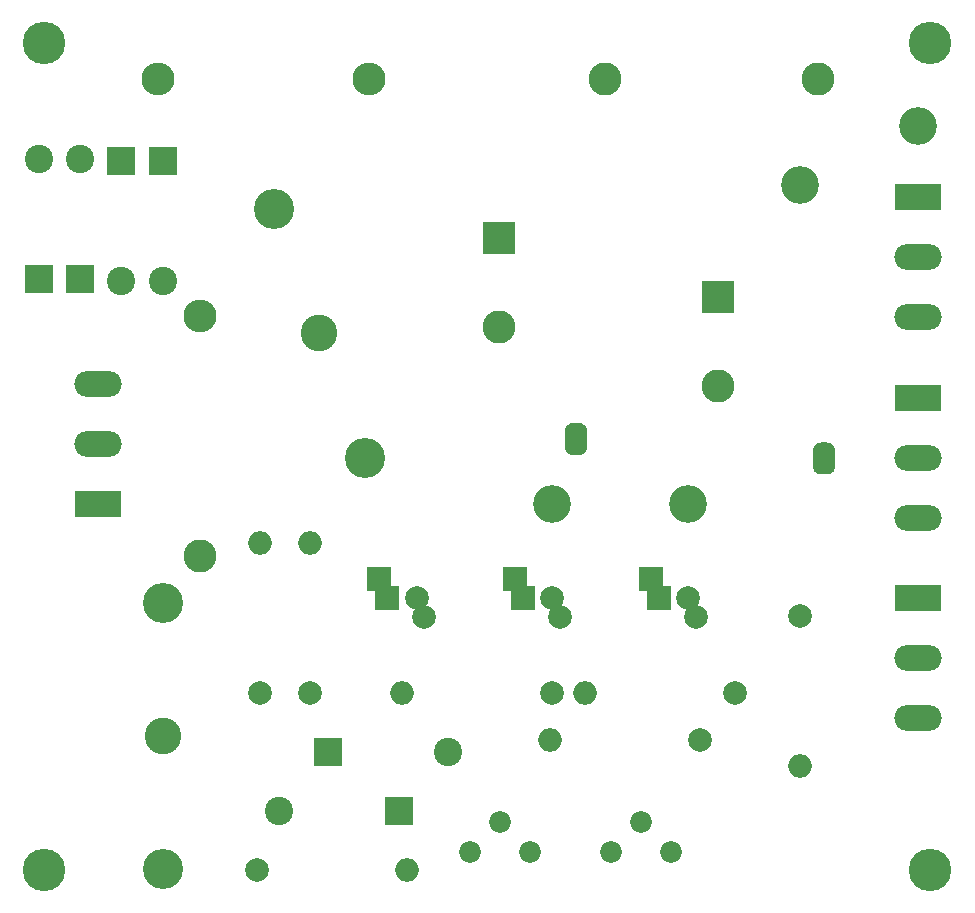
<source format=gbr>
G04 #@! TF.GenerationSoftware,KiCad,Pcbnew,(5.1.5-0-10_14)*
G04 #@! TF.CreationDate,2020-02-01T21:54:20+00:00*
G04 #@! TF.ProjectId,PowerSupply,506f7765-7253-4757-9070-6c792e6b6963,rev?*
G04 #@! TF.SameCoordinates,Original*
G04 #@! TF.FileFunction,Soldermask,Bot*
G04 #@! TF.FilePolarity,Negative*
%FSLAX46Y46*%
G04 Gerber Fmt 4.6, Leading zero omitted, Abs format (unit mm)*
G04 Created by KiCad (PCBNEW (5.1.5-0-10_14)) date 2020-02-01 21:54:20*
%MOMM*%
%LPD*%
G04 APERTURE LIST*
%ADD10C,3.600000*%
%ADD11C,2.800000*%
%ADD12O,2.800000X2.800000*%
%ADD13C,0.100000*%
%ADD14R,2.800000X2.800000*%
%ADD15R,2.000000X2.000000*%
%ADD16C,2.000000*%
%ADD17R,4.000000X2.200000*%
%ADD18O,4.000000X2.200000*%
%ADD19O,2.000000X2.000000*%
%ADD20C,2.398980*%
%ADD21R,2.398980X2.398980*%
%ADD22C,1.840000*%
%ADD23C,3.200000*%
%ADD24C,3.100000*%
%ADD25C,3.400000*%
G04 APERTURE END LIST*
D10*
X55000000Y-40000000D03*
D11*
X120500000Y-43000000D03*
D12*
X64620000Y-43000000D03*
D11*
X102500000Y-43000000D03*
D12*
X82500000Y-43000000D03*
D13*
G36*
X100949398Y-74156112D02*
G01*
X100949398Y-74174534D01*
X100948435Y-74194140D01*
X100943625Y-74242971D01*
X100940746Y-74262380D01*
X100931174Y-74310505D01*
X100926404Y-74329548D01*
X100912160Y-74376503D01*
X100905549Y-74394980D01*
X100886772Y-74440313D01*
X100878377Y-74458061D01*
X100855246Y-74501334D01*
X100845160Y-74518162D01*
X100817900Y-74558961D01*
X100806205Y-74574730D01*
X100775077Y-74612659D01*
X100761897Y-74627200D01*
X100727200Y-74661897D01*
X100712659Y-74675077D01*
X100674730Y-74706205D01*
X100658961Y-74717900D01*
X100618162Y-74745160D01*
X100601334Y-74755246D01*
X100558061Y-74778377D01*
X100540313Y-74786772D01*
X100494980Y-74805549D01*
X100476503Y-74812160D01*
X100429548Y-74826404D01*
X100410505Y-74831174D01*
X100362380Y-74840746D01*
X100342971Y-74843625D01*
X100294140Y-74848435D01*
X100274534Y-74849398D01*
X100256112Y-74849398D01*
X100250000Y-74850000D01*
X99750000Y-74850000D01*
X99743888Y-74849398D01*
X99725466Y-74849398D01*
X99705860Y-74848435D01*
X99657029Y-74843625D01*
X99637620Y-74840746D01*
X99589495Y-74831174D01*
X99570452Y-74826404D01*
X99523497Y-74812160D01*
X99505020Y-74805549D01*
X99459687Y-74786772D01*
X99441939Y-74778377D01*
X99398666Y-74755246D01*
X99381838Y-74745160D01*
X99341039Y-74717900D01*
X99325270Y-74706205D01*
X99287341Y-74675077D01*
X99272800Y-74661897D01*
X99238103Y-74627200D01*
X99224923Y-74612659D01*
X99193795Y-74574730D01*
X99182100Y-74558961D01*
X99154840Y-74518162D01*
X99144754Y-74501334D01*
X99121623Y-74458061D01*
X99113228Y-74440313D01*
X99094451Y-74394980D01*
X99087840Y-74376503D01*
X99073596Y-74329548D01*
X99068826Y-74310505D01*
X99059254Y-74262380D01*
X99056375Y-74242971D01*
X99051565Y-74194140D01*
X99050602Y-74174534D01*
X99050602Y-74156112D01*
X99050000Y-74150000D01*
X99050000Y-73650000D01*
X99053843Y-73610982D01*
X99065224Y-73573463D01*
X99083706Y-73538886D01*
X99108579Y-73508579D01*
X99138886Y-73483706D01*
X99173463Y-73465224D01*
X99210982Y-73453843D01*
X99250000Y-73450000D01*
X100750000Y-73450000D01*
X100789018Y-73453843D01*
X100826537Y-73465224D01*
X100861114Y-73483706D01*
X100891421Y-73508579D01*
X100916294Y-73538886D01*
X100934776Y-73573463D01*
X100946157Y-73610982D01*
X100950000Y-73650000D01*
X100950000Y-74150000D01*
X100949398Y-74156112D01*
G37*
G36*
X100946157Y-73389018D02*
G01*
X100934776Y-73426537D01*
X100916294Y-73461114D01*
X100891421Y-73491421D01*
X100861114Y-73516294D01*
X100826537Y-73534776D01*
X100789018Y-73546157D01*
X100750000Y-73550000D01*
X99250000Y-73550000D01*
X99210982Y-73546157D01*
X99173463Y-73534776D01*
X99138886Y-73516294D01*
X99108579Y-73491421D01*
X99083706Y-73461114D01*
X99065224Y-73426537D01*
X99053843Y-73389018D01*
X99050000Y-73350000D01*
X99050000Y-72850000D01*
X99050602Y-72843888D01*
X99050602Y-72825466D01*
X99051565Y-72805860D01*
X99056375Y-72757029D01*
X99059254Y-72737620D01*
X99068826Y-72689495D01*
X99073596Y-72670452D01*
X99087840Y-72623497D01*
X99094451Y-72605020D01*
X99113228Y-72559687D01*
X99121623Y-72541939D01*
X99144754Y-72498666D01*
X99154840Y-72481838D01*
X99182100Y-72441039D01*
X99193795Y-72425270D01*
X99224923Y-72387341D01*
X99238103Y-72372800D01*
X99272800Y-72338103D01*
X99287341Y-72324923D01*
X99325270Y-72293795D01*
X99341039Y-72282100D01*
X99381838Y-72254840D01*
X99398666Y-72244754D01*
X99441939Y-72221623D01*
X99459687Y-72213228D01*
X99505020Y-72194451D01*
X99523497Y-72187840D01*
X99570452Y-72173596D01*
X99589495Y-72168826D01*
X99637620Y-72159254D01*
X99657029Y-72156375D01*
X99705860Y-72151565D01*
X99725466Y-72150602D01*
X99743888Y-72150602D01*
X99750000Y-72150000D01*
X100250000Y-72150000D01*
X100256112Y-72150602D01*
X100274534Y-72150602D01*
X100294140Y-72151565D01*
X100342971Y-72156375D01*
X100362380Y-72159254D01*
X100410505Y-72168826D01*
X100429548Y-72173596D01*
X100476503Y-72187840D01*
X100494980Y-72194451D01*
X100540313Y-72213228D01*
X100558061Y-72221623D01*
X100601334Y-72244754D01*
X100618162Y-72254840D01*
X100658961Y-72282100D01*
X100674730Y-72293795D01*
X100712659Y-72324923D01*
X100727200Y-72338103D01*
X100761897Y-72372800D01*
X100775077Y-72387341D01*
X100806205Y-72425270D01*
X100817900Y-72441039D01*
X100845160Y-72481838D01*
X100855246Y-72498666D01*
X100878377Y-72541939D01*
X100886772Y-72559687D01*
X100905549Y-72605020D01*
X100912160Y-72623497D01*
X100926404Y-72670452D01*
X100931174Y-72689495D01*
X100940746Y-72737620D01*
X100943625Y-72757029D01*
X100948435Y-72805860D01*
X100949398Y-72825466D01*
X100949398Y-72843888D01*
X100950000Y-72850000D01*
X100950000Y-73350000D01*
X100946157Y-73389018D01*
G37*
D14*
X112000000Y-61500000D03*
D11*
X112000000Y-69000000D03*
D15*
X84000000Y-87000000D03*
D16*
X86500000Y-87000000D03*
D15*
X83329063Y-85400000D03*
D16*
X87170937Y-88600000D03*
D17*
X129000000Y-70000000D03*
D18*
X129000000Y-75080000D03*
X129000000Y-80160000D03*
D16*
X77500000Y-95000000D03*
D19*
X77500000Y-82300000D03*
D15*
X95500000Y-87000000D03*
D16*
X98000000Y-87000000D03*
D15*
X94829063Y-85400000D03*
D16*
X98670937Y-88600000D03*
D15*
X107000000Y-87000000D03*
D16*
X109500000Y-87000000D03*
D15*
X106329063Y-85400000D03*
D16*
X110170937Y-88600000D03*
D20*
X89160000Y-99997460D03*
D21*
X79000000Y-99997460D03*
D20*
X74840000Y-105002540D03*
D21*
X85000000Y-105002540D03*
D17*
X59500000Y-79000000D03*
D18*
X59500000Y-73920000D03*
X59500000Y-68840000D03*
D22*
X108080000Y-108500000D03*
X105540000Y-105960000D03*
X103000000Y-108500000D03*
X96080000Y-108500000D03*
X93540000Y-105960000D03*
X91000000Y-108500000D03*
D17*
X129000000Y-53000000D03*
D18*
X129000000Y-58080000D03*
X129000000Y-63160000D03*
D17*
X129000000Y-87000000D03*
D18*
X129000000Y-92080000D03*
X129000000Y-97160000D03*
D16*
X98000000Y-95000000D03*
D19*
X85300000Y-95000000D03*
D16*
X119000000Y-88500000D03*
D19*
X119000000Y-101200000D03*
D16*
X73250000Y-95000000D03*
D19*
X73250000Y-82300000D03*
D16*
X73000000Y-110000000D03*
D19*
X85700000Y-110000000D03*
D10*
X130000000Y-40000000D03*
X130000000Y-110000000D03*
X55000000Y-110000000D03*
D20*
X65002540Y-60160000D03*
D21*
X65002540Y-50000000D03*
D20*
X54497460Y-49840000D03*
D21*
X54497460Y-60000000D03*
D20*
X61502540Y-60160000D03*
D21*
X61502540Y-50000000D03*
D20*
X57997460Y-49840000D03*
D21*
X57997460Y-60000000D03*
D23*
X129000000Y-47000000D03*
X119000000Y-52000000D03*
X98000000Y-79000000D03*
X109500000Y-79000000D03*
D16*
X113500000Y-95000000D03*
D19*
X100800000Y-95000000D03*
D16*
X110500000Y-99000000D03*
D19*
X97800000Y-99000000D03*
D11*
X93500000Y-64000000D03*
D14*
X93500000Y-56500000D03*
D13*
G36*
X121949398Y-75806112D02*
G01*
X121949398Y-75824534D01*
X121948435Y-75844140D01*
X121943625Y-75892971D01*
X121940746Y-75912380D01*
X121931174Y-75960505D01*
X121926404Y-75979548D01*
X121912160Y-76026503D01*
X121905549Y-76044980D01*
X121886772Y-76090313D01*
X121878377Y-76108061D01*
X121855246Y-76151334D01*
X121845160Y-76168162D01*
X121817900Y-76208961D01*
X121806205Y-76224730D01*
X121775077Y-76262659D01*
X121761897Y-76277200D01*
X121727200Y-76311897D01*
X121712659Y-76325077D01*
X121674730Y-76356205D01*
X121658961Y-76367900D01*
X121618162Y-76395160D01*
X121601334Y-76405246D01*
X121558061Y-76428377D01*
X121540313Y-76436772D01*
X121494980Y-76455549D01*
X121476503Y-76462160D01*
X121429548Y-76476404D01*
X121410505Y-76481174D01*
X121362380Y-76490746D01*
X121342971Y-76493625D01*
X121294140Y-76498435D01*
X121274534Y-76499398D01*
X121256112Y-76499398D01*
X121250000Y-76500000D01*
X120750000Y-76500000D01*
X120743888Y-76499398D01*
X120725466Y-76499398D01*
X120705860Y-76498435D01*
X120657029Y-76493625D01*
X120637620Y-76490746D01*
X120589495Y-76481174D01*
X120570452Y-76476404D01*
X120523497Y-76462160D01*
X120505020Y-76455549D01*
X120459687Y-76436772D01*
X120441939Y-76428377D01*
X120398666Y-76405246D01*
X120381838Y-76395160D01*
X120341039Y-76367900D01*
X120325270Y-76356205D01*
X120287341Y-76325077D01*
X120272800Y-76311897D01*
X120238103Y-76277200D01*
X120224923Y-76262659D01*
X120193795Y-76224730D01*
X120182100Y-76208961D01*
X120154840Y-76168162D01*
X120144754Y-76151334D01*
X120121623Y-76108061D01*
X120113228Y-76090313D01*
X120094451Y-76044980D01*
X120087840Y-76026503D01*
X120073596Y-75979548D01*
X120068826Y-75960505D01*
X120059254Y-75912380D01*
X120056375Y-75892971D01*
X120051565Y-75844140D01*
X120050602Y-75824534D01*
X120050602Y-75806112D01*
X120050000Y-75800000D01*
X120050000Y-75300000D01*
X120053843Y-75260982D01*
X120065224Y-75223463D01*
X120083706Y-75188886D01*
X120108579Y-75158579D01*
X120138886Y-75133706D01*
X120173463Y-75115224D01*
X120210982Y-75103843D01*
X120250000Y-75100000D01*
X121750000Y-75100000D01*
X121789018Y-75103843D01*
X121826537Y-75115224D01*
X121861114Y-75133706D01*
X121891421Y-75158579D01*
X121916294Y-75188886D01*
X121934776Y-75223463D01*
X121946157Y-75260982D01*
X121950000Y-75300000D01*
X121950000Y-75800000D01*
X121949398Y-75806112D01*
G37*
G36*
X121946157Y-75039018D02*
G01*
X121934776Y-75076537D01*
X121916294Y-75111114D01*
X121891421Y-75141421D01*
X121861114Y-75166294D01*
X121826537Y-75184776D01*
X121789018Y-75196157D01*
X121750000Y-75200000D01*
X120250000Y-75200000D01*
X120210982Y-75196157D01*
X120173463Y-75184776D01*
X120138886Y-75166294D01*
X120108579Y-75141421D01*
X120083706Y-75111114D01*
X120065224Y-75076537D01*
X120053843Y-75039018D01*
X120050000Y-75000000D01*
X120050000Y-74500000D01*
X120050602Y-74493888D01*
X120050602Y-74475466D01*
X120051565Y-74455860D01*
X120056375Y-74407029D01*
X120059254Y-74387620D01*
X120068826Y-74339495D01*
X120073596Y-74320452D01*
X120087840Y-74273497D01*
X120094451Y-74255020D01*
X120113228Y-74209687D01*
X120121623Y-74191939D01*
X120144754Y-74148666D01*
X120154840Y-74131838D01*
X120182100Y-74091039D01*
X120193795Y-74075270D01*
X120224923Y-74037341D01*
X120238103Y-74022800D01*
X120272800Y-73988103D01*
X120287341Y-73974923D01*
X120325270Y-73943795D01*
X120341039Y-73932100D01*
X120381838Y-73904840D01*
X120398666Y-73894754D01*
X120441939Y-73871623D01*
X120459687Y-73863228D01*
X120505020Y-73844451D01*
X120523497Y-73837840D01*
X120570452Y-73823596D01*
X120589495Y-73818826D01*
X120637620Y-73809254D01*
X120657029Y-73806375D01*
X120705860Y-73801565D01*
X120725466Y-73800602D01*
X120743888Y-73800602D01*
X120750000Y-73800000D01*
X121250000Y-73800000D01*
X121256112Y-73800602D01*
X121274534Y-73800602D01*
X121294140Y-73801565D01*
X121342971Y-73806375D01*
X121362380Y-73809254D01*
X121410505Y-73818826D01*
X121429548Y-73823596D01*
X121476503Y-73837840D01*
X121494980Y-73844451D01*
X121540313Y-73863228D01*
X121558061Y-73871623D01*
X121601334Y-73894754D01*
X121618162Y-73904840D01*
X121658961Y-73932100D01*
X121674730Y-73943795D01*
X121712659Y-73974923D01*
X121727200Y-73988103D01*
X121761897Y-74022800D01*
X121775077Y-74037341D01*
X121806205Y-74075270D01*
X121817900Y-74091039D01*
X121845160Y-74131838D01*
X121855246Y-74148666D01*
X121878377Y-74191939D01*
X121886772Y-74209687D01*
X121905549Y-74255020D01*
X121912160Y-74273497D01*
X121926404Y-74320452D01*
X121931174Y-74339495D01*
X121940746Y-74387620D01*
X121943625Y-74407029D01*
X121948435Y-74455860D01*
X121949398Y-74475466D01*
X121949398Y-74493888D01*
X121950000Y-74500000D01*
X121950000Y-75000000D01*
X121946157Y-75039018D01*
G37*
D11*
X68200000Y-83400000D03*
D12*
X68200000Y-63080000D03*
D24*
X65000000Y-98650000D03*
D25*
X65000000Y-109900000D03*
X65000000Y-87400000D03*
X74400000Y-54000000D03*
X82095453Y-75143084D03*
D24*
X78247727Y-64571542D03*
M02*

</source>
